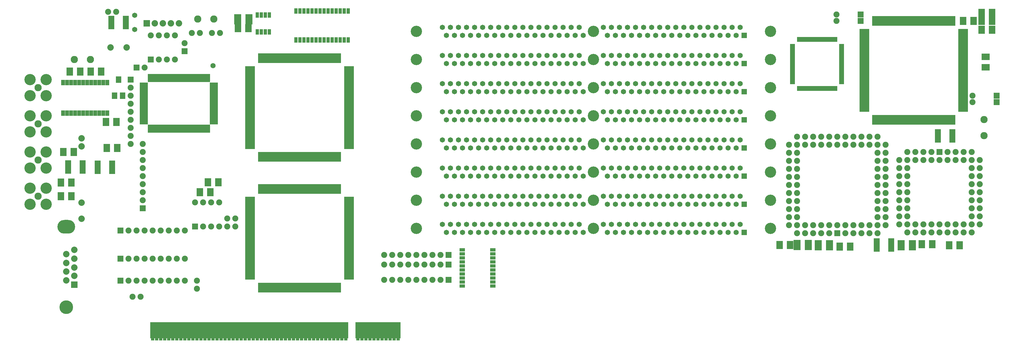
<source format=gts>
G04 (created by PCBNEW-RS274X (2012-apr-16-27)-stable) date Втр 01 Янв 2013 22:44:24*
G01*
G70*
G90*
%MOIN*%
G04 Gerber Fmt 3.4, Leading zero omitted, Abs format*
%FSLAX34Y34*%
G04 APERTURE LIST*
%ADD10C,0.006000*%
%ADD11C,0.080000*%
%ADD12R,0.070000X0.040000*%
%ADD13R,0.060000X0.030000*%
%ADD14R,0.030000X0.060000*%
%ADD15R,0.040000X0.065000*%
%ADD16R,0.075000X0.170000*%
%ADD17R,0.090000X0.130000*%
%ADD18C,0.140000*%
%ADD19R,0.065000X0.065000*%
%ADD20C,0.065000*%
%ADD21R,0.075000X0.075000*%
%ADD22C,0.075000*%
%ADD23R,0.070000X0.080000*%
%ADD24C,0.090000*%
%ADD25O,0.220000X0.170000*%
%ADD26C,0.170000*%
%ADD27R,0.080000X0.080000*%
%ADD28R,0.080000X0.100000*%
%ADD29R,0.100000X0.080000*%
%ADD30R,0.040000X0.070000*%
%ADD31R,0.050000X0.070000*%
%ADD32R,0.033000X0.100000*%
%ADD33R,0.100000X0.033000*%
%ADD34R,0.035000X0.120000*%
%ADD35R,0.120000X0.035000*%
%ADD36R,0.060000X0.200000*%
%ADD37R,0.040000X0.050000*%
G04 APERTURE END LIST*
G54D10*
G54D11*
X28650Y-38550D03*
X28650Y-39550D03*
X28650Y-46550D03*
X28650Y-48550D03*
G54D12*
X79750Y-56900D03*
X79750Y-56400D03*
X79750Y-55900D03*
X79750Y-55400D03*
X79750Y-54900D03*
X79750Y-54400D03*
X79750Y-53900D03*
X79750Y-53400D03*
X79750Y-52900D03*
X79750Y-52400D03*
X75950Y-52400D03*
X75950Y-52900D03*
X75950Y-53400D03*
X75950Y-53900D03*
X75950Y-54400D03*
X75950Y-54900D03*
X75950Y-55400D03*
X75950Y-55900D03*
X75950Y-56400D03*
X75950Y-56900D03*
G54D13*
X123100Y-26940D03*
X123100Y-31660D03*
X123100Y-31460D03*
X123100Y-31270D03*
X123100Y-31070D03*
X123100Y-30870D03*
X123100Y-30680D03*
X123100Y-30480D03*
X123100Y-30280D03*
X123100Y-30090D03*
X123100Y-29890D03*
X123100Y-29690D03*
X123100Y-29490D03*
X123100Y-29300D03*
X123100Y-29100D03*
X123100Y-28900D03*
X123100Y-28710D03*
X123100Y-28510D03*
X123100Y-28310D03*
X123100Y-28120D03*
X123100Y-27920D03*
X123100Y-27720D03*
X123100Y-27530D03*
X123100Y-27330D03*
X123100Y-27130D03*
G54D14*
X122410Y-32350D03*
X117690Y-32350D03*
X117890Y-32350D03*
X118080Y-32350D03*
X118280Y-32350D03*
X118480Y-32350D03*
X118670Y-32350D03*
X118870Y-32350D03*
X119070Y-32350D03*
X119260Y-32350D03*
X119460Y-32350D03*
X119660Y-32350D03*
X119860Y-32350D03*
X120050Y-32350D03*
X120250Y-32350D03*
X120450Y-32350D03*
X120640Y-32350D03*
X120840Y-32350D03*
X121040Y-32350D03*
X121230Y-32350D03*
X121430Y-32350D03*
X121630Y-32350D03*
X121820Y-32350D03*
X122020Y-32350D03*
X122220Y-32350D03*
X122410Y-26250D03*
X122210Y-26250D03*
X122020Y-26250D03*
X121820Y-26250D03*
X121620Y-26250D03*
X121430Y-26250D03*
X121230Y-26250D03*
X121030Y-26250D03*
X120840Y-26250D03*
X120640Y-26250D03*
X120440Y-26250D03*
X120240Y-26250D03*
X120050Y-26250D03*
X119850Y-26250D03*
X119650Y-26250D03*
X119460Y-26250D03*
X119260Y-26250D03*
X119060Y-26250D03*
X118870Y-26250D03*
X118670Y-26250D03*
X118470Y-26250D03*
X118280Y-26250D03*
X118080Y-26250D03*
X117880Y-26250D03*
X117690Y-26250D03*
G54D13*
X117000Y-26940D03*
X117000Y-27140D03*
X117000Y-27330D03*
X117000Y-27530D03*
X117000Y-27730D03*
X117000Y-27920D03*
X117000Y-28120D03*
X117000Y-28320D03*
X117000Y-28510D03*
X117000Y-28710D03*
X117000Y-28910D03*
X117000Y-29110D03*
X117000Y-29300D03*
X117000Y-29500D03*
X117000Y-29700D03*
X117000Y-29890D03*
X117000Y-30090D03*
X117000Y-30290D03*
X117000Y-30480D03*
X117000Y-30680D03*
X117000Y-30880D03*
X117000Y-31070D03*
X117000Y-31270D03*
X117000Y-31470D03*
X117000Y-31660D03*
G54D15*
X50500Y-23200D03*
X50500Y-25300D03*
X51000Y-23200D03*
X51500Y-23200D03*
X52000Y-23200D03*
X51000Y-25300D03*
X51500Y-25300D03*
X52000Y-25300D03*
G54D16*
X129250Y-51800D03*
X127450Y-51800D03*
X30650Y-42150D03*
X32450Y-42150D03*
X135050Y-38250D03*
X136850Y-38250D03*
X27000Y-42100D03*
X28800Y-42100D03*
X34150Y-24150D03*
X32350Y-24150D03*
G54D17*
X48050Y-23750D03*
X49450Y-23750D03*
X130500Y-51850D03*
X131900Y-51850D03*
X120200Y-51850D03*
X121600Y-51850D03*
X118950Y-51800D03*
X117550Y-51800D03*
G54D18*
X92250Y-46250D03*
X70250Y-46250D03*
X114250Y-46250D03*
G54D19*
X111000Y-46750D03*
G54D20*
X110500Y-45750D03*
X110000Y-46750D03*
X109500Y-45750D03*
X109000Y-46750D03*
X108500Y-45750D03*
X108000Y-46750D03*
X107500Y-45750D03*
X107000Y-46750D03*
X106500Y-45750D03*
X106000Y-46750D03*
X105500Y-45750D03*
X105000Y-46750D03*
X104500Y-45750D03*
X104000Y-46750D03*
X103500Y-45750D03*
X103000Y-46750D03*
X102500Y-45750D03*
X102000Y-46750D03*
X101500Y-45750D03*
X101000Y-46750D03*
X100500Y-45750D03*
X100000Y-46750D03*
X99500Y-45750D03*
X99000Y-46750D03*
X98500Y-45750D03*
X98000Y-46750D03*
X97500Y-45750D03*
X97000Y-46750D03*
X96500Y-45750D03*
X96000Y-46750D03*
X95500Y-45750D03*
X95000Y-46750D03*
X94500Y-45750D03*
X94000Y-46750D03*
X93500Y-45750D03*
X91000Y-46750D03*
X90500Y-45750D03*
X90000Y-46750D03*
X89500Y-45750D03*
X89000Y-46750D03*
X88500Y-45750D03*
X88000Y-46750D03*
X87500Y-45750D03*
X87000Y-46750D03*
X86500Y-45750D03*
X86000Y-46750D03*
X85500Y-45750D03*
X85000Y-46750D03*
X84500Y-45750D03*
X84000Y-46750D03*
X83500Y-45750D03*
X83000Y-46750D03*
X82500Y-45750D03*
X82000Y-46750D03*
X81500Y-45750D03*
X81000Y-46750D03*
X80500Y-45750D03*
X80000Y-46750D03*
X79500Y-45750D03*
X79000Y-46750D03*
X78500Y-45750D03*
X78000Y-46750D03*
X77500Y-45750D03*
X77000Y-46750D03*
X76500Y-45750D03*
X76000Y-46750D03*
X75500Y-45750D03*
X75000Y-46750D03*
X74500Y-45750D03*
X74000Y-46750D03*
X73500Y-45750D03*
G54D18*
X92250Y-35750D03*
X70250Y-35750D03*
X114250Y-35750D03*
G54D19*
X111000Y-36250D03*
G54D20*
X110500Y-35250D03*
X110000Y-36250D03*
X109500Y-35250D03*
X109000Y-36250D03*
X108500Y-35250D03*
X108000Y-36250D03*
X107500Y-35250D03*
X107000Y-36250D03*
X106500Y-35250D03*
X106000Y-36250D03*
X105500Y-35250D03*
X105000Y-36250D03*
X104500Y-35250D03*
X104000Y-36250D03*
X103500Y-35250D03*
X103000Y-36250D03*
X102500Y-35250D03*
X102000Y-36250D03*
X101500Y-35250D03*
X101000Y-36250D03*
X100500Y-35250D03*
X100000Y-36250D03*
X99500Y-35250D03*
X99000Y-36250D03*
X98500Y-35250D03*
X98000Y-36250D03*
X97500Y-35250D03*
X97000Y-36250D03*
X96500Y-35250D03*
X96000Y-36250D03*
X95500Y-35250D03*
X95000Y-36250D03*
X94500Y-35250D03*
X94000Y-36250D03*
X93500Y-35250D03*
X91000Y-36250D03*
X90500Y-35250D03*
X90000Y-36250D03*
X89500Y-35250D03*
X89000Y-36250D03*
X88500Y-35250D03*
X88000Y-36250D03*
X87500Y-35250D03*
X87000Y-36250D03*
X86500Y-35250D03*
X86000Y-36250D03*
X85500Y-35250D03*
X85000Y-36250D03*
X84500Y-35250D03*
X84000Y-36250D03*
X83500Y-35250D03*
X83000Y-36250D03*
X82500Y-35250D03*
X82000Y-36250D03*
X81500Y-35250D03*
X81000Y-36250D03*
X80500Y-35250D03*
X80000Y-36250D03*
X79500Y-35250D03*
X79000Y-36250D03*
X78500Y-35250D03*
X78000Y-36250D03*
X77500Y-35250D03*
X77000Y-36250D03*
X76500Y-35250D03*
X76000Y-36250D03*
X75500Y-35250D03*
X75000Y-36250D03*
X74500Y-35250D03*
X74000Y-36250D03*
X73500Y-35250D03*
G54D18*
X92250Y-42750D03*
X70250Y-42750D03*
X114250Y-42750D03*
G54D19*
X111000Y-43250D03*
G54D20*
X110500Y-42250D03*
X110000Y-43250D03*
X109500Y-42250D03*
X109000Y-43250D03*
X108500Y-42250D03*
X108000Y-43250D03*
X107500Y-42250D03*
X107000Y-43250D03*
X106500Y-42250D03*
X106000Y-43250D03*
X105500Y-42250D03*
X105000Y-43250D03*
X104500Y-42250D03*
X104000Y-43250D03*
X103500Y-42250D03*
X103000Y-43250D03*
X102500Y-42250D03*
X102000Y-43250D03*
X101500Y-42250D03*
X101000Y-43250D03*
X100500Y-42250D03*
X100000Y-43250D03*
X99500Y-42250D03*
X99000Y-43250D03*
X98500Y-42250D03*
X98000Y-43250D03*
X97500Y-42250D03*
X97000Y-43250D03*
X96500Y-42250D03*
X96000Y-43250D03*
X95500Y-42250D03*
X95000Y-43250D03*
X94500Y-42250D03*
X94000Y-43250D03*
X93500Y-42250D03*
X91000Y-43250D03*
X90500Y-42250D03*
X90000Y-43250D03*
X89500Y-42250D03*
X89000Y-43250D03*
X88500Y-42250D03*
X88000Y-43250D03*
X87500Y-42250D03*
X87000Y-43250D03*
X86500Y-42250D03*
X86000Y-43250D03*
X85500Y-42250D03*
X85000Y-43250D03*
X84500Y-42250D03*
X84000Y-43250D03*
X83500Y-42250D03*
X83000Y-43250D03*
X82500Y-42250D03*
X82000Y-43250D03*
X81500Y-42250D03*
X81000Y-43250D03*
X80500Y-42250D03*
X80000Y-43250D03*
X79500Y-42250D03*
X79000Y-43250D03*
X78500Y-42250D03*
X78000Y-43250D03*
X77500Y-42250D03*
X77000Y-43250D03*
X76500Y-42250D03*
X76000Y-43250D03*
X75500Y-42250D03*
X75000Y-43250D03*
X74500Y-42250D03*
X74000Y-43250D03*
X73500Y-42250D03*
G54D18*
X92250Y-28750D03*
X70250Y-28750D03*
X114250Y-28750D03*
G54D19*
X111000Y-29250D03*
G54D20*
X110500Y-28250D03*
X110000Y-29250D03*
X109500Y-28250D03*
X109000Y-29250D03*
X108500Y-28250D03*
X108000Y-29250D03*
X107500Y-28250D03*
X107000Y-29250D03*
X106500Y-28250D03*
X106000Y-29250D03*
X105500Y-28250D03*
X105000Y-29250D03*
X104500Y-28250D03*
X104000Y-29250D03*
X103500Y-28250D03*
X103000Y-29250D03*
X102500Y-28250D03*
X102000Y-29250D03*
X101500Y-28250D03*
X101000Y-29250D03*
X100500Y-28250D03*
X100000Y-29250D03*
X99500Y-28250D03*
X99000Y-29250D03*
X98500Y-28250D03*
X98000Y-29250D03*
X97500Y-28250D03*
X97000Y-29250D03*
X96500Y-28250D03*
X96000Y-29250D03*
X95500Y-28250D03*
X95000Y-29250D03*
X94500Y-28250D03*
X94000Y-29250D03*
X93500Y-28250D03*
X91000Y-29250D03*
X90500Y-28250D03*
X90000Y-29250D03*
X89500Y-28250D03*
X89000Y-29250D03*
X88500Y-28250D03*
X88000Y-29250D03*
X87500Y-28250D03*
X87000Y-29250D03*
X86500Y-28250D03*
X86000Y-29250D03*
X85500Y-28250D03*
X85000Y-29250D03*
X84500Y-28250D03*
X84000Y-29250D03*
X83500Y-28250D03*
X83000Y-29250D03*
X82500Y-28250D03*
X82000Y-29250D03*
X81500Y-28250D03*
X81000Y-29250D03*
X80500Y-28250D03*
X80000Y-29250D03*
X79500Y-28250D03*
X79000Y-29250D03*
X78500Y-28250D03*
X78000Y-29250D03*
X77500Y-28250D03*
X77000Y-29250D03*
X76500Y-28250D03*
X76000Y-29250D03*
X75500Y-28250D03*
X75000Y-29250D03*
X74500Y-28250D03*
X74000Y-29250D03*
X73500Y-28250D03*
G54D18*
X92250Y-25250D03*
X70250Y-25250D03*
X114250Y-25250D03*
G54D19*
X111000Y-25750D03*
G54D20*
X110500Y-24750D03*
X110000Y-25750D03*
X109500Y-24750D03*
X109000Y-25750D03*
X108500Y-24750D03*
X108000Y-25750D03*
X107500Y-24750D03*
X107000Y-25750D03*
X106500Y-24750D03*
X106000Y-25750D03*
X105500Y-24750D03*
X105000Y-25750D03*
X104500Y-24750D03*
X104000Y-25750D03*
X103500Y-24750D03*
X103000Y-25750D03*
X102500Y-24750D03*
X102000Y-25750D03*
X101500Y-24750D03*
X101000Y-25750D03*
X100500Y-24750D03*
X100000Y-25750D03*
X99500Y-24750D03*
X99000Y-25750D03*
X98500Y-24750D03*
X98000Y-25750D03*
X97500Y-24750D03*
X97000Y-25750D03*
X96500Y-24750D03*
X96000Y-25750D03*
X95500Y-24750D03*
X95000Y-25750D03*
X94500Y-24750D03*
X94000Y-25750D03*
X93500Y-24750D03*
X91000Y-25750D03*
X90500Y-24750D03*
X90000Y-25750D03*
X89500Y-24750D03*
X89000Y-25750D03*
X88500Y-24750D03*
X88000Y-25750D03*
X87500Y-24750D03*
X87000Y-25750D03*
X86500Y-24750D03*
X86000Y-25750D03*
X85500Y-24750D03*
X85000Y-25750D03*
X84500Y-24750D03*
X84000Y-25750D03*
X83500Y-24750D03*
X83000Y-25750D03*
X82500Y-24750D03*
X82000Y-25750D03*
X81500Y-24750D03*
X81000Y-25750D03*
X80500Y-24750D03*
X80000Y-25750D03*
X79500Y-24750D03*
X79000Y-25750D03*
X78500Y-24750D03*
X78000Y-25750D03*
X77500Y-24750D03*
X77000Y-25750D03*
X76500Y-24750D03*
X76000Y-25750D03*
X75500Y-24750D03*
X75000Y-25750D03*
X74500Y-24750D03*
X74000Y-25750D03*
X73500Y-24750D03*
G54D18*
X92250Y-32250D03*
X70250Y-32250D03*
X114250Y-32250D03*
G54D19*
X111000Y-32750D03*
G54D20*
X110500Y-31750D03*
X110000Y-32750D03*
X109500Y-31750D03*
X109000Y-32750D03*
X108500Y-31750D03*
X108000Y-32750D03*
X107500Y-31750D03*
X107000Y-32750D03*
X106500Y-31750D03*
X106000Y-32750D03*
X105500Y-31750D03*
X105000Y-32750D03*
X104500Y-31750D03*
X104000Y-32750D03*
X103500Y-31750D03*
X103000Y-32750D03*
X102500Y-31750D03*
X102000Y-32750D03*
X101500Y-31750D03*
X101000Y-32750D03*
X100500Y-31750D03*
X100000Y-32750D03*
X99500Y-31750D03*
X99000Y-32750D03*
X98500Y-31750D03*
X98000Y-32750D03*
X97500Y-31750D03*
X97000Y-32750D03*
X96500Y-31750D03*
X96000Y-32750D03*
X95500Y-31750D03*
X95000Y-32750D03*
X94500Y-31750D03*
X94000Y-32750D03*
X93500Y-31750D03*
X91000Y-32750D03*
X90500Y-31750D03*
X90000Y-32750D03*
X89500Y-31750D03*
X89000Y-32750D03*
X88500Y-31750D03*
X88000Y-32750D03*
X87500Y-31750D03*
X87000Y-32750D03*
X86500Y-31750D03*
X86000Y-32750D03*
X85500Y-31750D03*
X85000Y-32750D03*
X84500Y-31750D03*
X84000Y-32750D03*
X83500Y-31750D03*
X83000Y-32750D03*
X82500Y-31750D03*
X82000Y-32750D03*
X81500Y-31750D03*
X81000Y-32750D03*
X80500Y-31750D03*
X80000Y-32750D03*
X79500Y-31750D03*
X79000Y-32750D03*
X78500Y-31750D03*
X78000Y-32750D03*
X77500Y-31750D03*
X77000Y-32750D03*
X76500Y-31750D03*
X76000Y-32750D03*
X75500Y-31750D03*
X75000Y-32750D03*
X74500Y-31750D03*
X74000Y-32750D03*
X73500Y-31750D03*
G54D18*
X92250Y-39250D03*
X70250Y-39250D03*
X114250Y-39250D03*
G54D19*
X111000Y-39750D03*
G54D20*
X110500Y-38750D03*
X110000Y-39750D03*
X109500Y-38750D03*
X109000Y-39750D03*
X108500Y-38750D03*
X108000Y-39750D03*
X107500Y-38750D03*
X107000Y-39750D03*
X106500Y-38750D03*
X106000Y-39750D03*
X105500Y-38750D03*
X105000Y-39750D03*
X104500Y-38750D03*
X104000Y-39750D03*
X103500Y-38750D03*
X103000Y-39750D03*
X102500Y-38750D03*
X102000Y-39750D03*
X101500Y-38750D03*
X101000Y-39750D03*
X100500Y-38750D03*
X100000Y-39750D03*
X99500Y-38750D03*
X99000Y-39750D03*
X98500Y-38750D03*
X98000Y-39750D03*
X97500Y-38750D03*
X97000Y-39750D03*
X96500Y-38750D03*
X96000Y-39750D03*
X95500Y-38750D03*
X95000Y-39750D03*
X94500Y-38750D03*
X94000Y-39750D03*
X93500Y-38750D03*
X91000Y-39750D03*
X90500Y-38750D03*
X90000Y-39750D03*
X89500Y-38750D03*
X89000Y-39750D03*
X88500Y-38750D03*
X88000Y-39750D03*
X87500Y-38750D03*
X87000Y-39750D03*
X86500Y-38750D03*
X86000Y-39750D03*
X85500Y-38750D03*
X85000Y-39750D03*
X84500Y-38750D03*
X84000Y-39750D03*
X83500Y-38750D03*
X83000Y-39750D03*
X82500Y-38750D03*
X82000Y-39750D03*
X81500Y-38750D03*
X81000Y-39750D03*
X80500Y-38750D03*
X80000Y-39750D03*
X79500Y-38750D03*
X79000Y-39750D03*
X78500Y-38750D03*
X78000Y-39750D03*
X77500Y-38750D03*
X77000Y-39750D03*
X76500Y-38750D03*
X76000Y-39750D03*
X75500Y-38750D03*
X75000Y-39750D03*
X74500Y-38750D03*
X74000Y-39750D03*
X73500Y-38750D03*
G54D18*
X92250Y-49750D03*
X70250Y-49750D03*
X114250Y-49750D03*
G54D19*
X111000Y-50250D03*
G54D20*
X110500Y-49250D03*
X110000Y-50250D03*
X109500Y-49250D03*
X109000Y-50250D03*
X108500Y-49250D03*
X108000Y-50250D03*
X107500Y-49250D03*
X107000Y-50250D03*
X106500Y-49250D03*
X106000Y-50250D03*
X105500Y-49250D03*
X105000Y-50250D03*
X104500Y-49250D03*
X104000Y-50250D03*
X103500Y-49250D03*
X103000Y-50250D03*
X102500Y-49250D03*
X102000Y-50250D03*
X101500Y-49250D03*
X101000Y-50250D03*
X100500Y-49250D03*
X100000Y-50250D03*
X99500Y-49250D03*
X99000Y-50250D03*
X98500Y-49250D03*
X98000Y-50250D03*
X97500Y-49250D03*
X97000Y-50250D03*
X96500Y-49250D03*
X96000Y-50250D03*
X95500Y-49250D03*
X95000Y-50250D03*
X94500Y-49250D03*
X94000Y-50250D03*
X93500Y-49250D03*
X91000Y-50250D03*
X90500Y-49250D03*
X90000Y-50250D03*
X89500Y-49250D03*
X89000Y-50250D03*
X88500Y-49250D03*
X88000Y-50250D03*
X87500Y-49250D03*
X87000Y-50250D03*
X86500Y-49250D03*
X86000Y-50250D03*
X85500Y-49250D03*
X85000Y-50250D03*
X84500Y-49250D03*
X84000Y-50250D03*
X83500Y-49250D03*
X83000Y-50250D03*
X82500Y-49250D03*
X82000Y-50250D03*
X81500Y-49250D03*
X81000Y-50250D03*
X80500Y-49250D03*
X80000Y-50250D03*
X79500Y-49250D03*
X79000Y-50250D03*
X78500Y-49250D03*
X78000Y-50250D03*
X77500Y-49250D03*
X77000Y-50250D03*
X76500Y-49250D03*
X76000Y-50250D03*
X75500Y-49250D03*
X75000Y-50250D03*
X74500Y-49250D03*
X74000Y-50250D03*
X73500Y-49250D03*
G54D21*
X41450Y-27700D03*
G54D22*
X41450Y-26700D03*
G54D23*
X32750Y-33250D03*
X33250Y-31250D03*
X33750Y-33250D03*
G54D21*
X122550Y-50350D03*
G54D22*
X122550Y-49350D03*
X123550Y-50350D03*
X123550Y-49350D03*
X124550Y-50350D03*
X124550Y-49350D03*
X125550Y-50350D03*
X125550Y-49350D03*
X126550Y-50350D03*
X126550Y-49350D03*
X127550Y-50350D03*
X128550Y-49350D03*
X127550Y-49350D03*
X128550Y-48350D03*
X127550Y-48350D03*
X128550Y-47350D03*
X127550Y-47350D03*
X128550Y-46350D03*
X127550Y-46350D03*
X128550Y-45350D03*
X127550Y-45350D03*
X128550Y-44350D03*
X127550Y-44350D03*
X128550Y-43350D03*
X127550Y-43350D03*
X128550Y-42350D03*
X127550Y-42350D03*
X128550Y-41350D03*
X127550Y-41350D03*
X128550Y-40350D03*
X127550Y-40350D03*
X128550Y-39350D03*
X127550Y-38350D03*
X127550Y-39350D03*
X126550Y-38350D03*
X126550Y-39350D03*
X125550Y-38350D03*
X125550Y-39350D03*
X124550Y-38350D03*
X124550Y-39350D03*
X123550Y-38350D03*
X123550Y-39350D03*
X122550Y-38350D03*
X122550Y-39350D03*
X121550Y-38350D03*
X121550Y-39350D03*
X120550Y-38350D03*
X120550Y-39350D03*
X119550Y-38350D03*
X119550Y-39350D03*
X118550Y-38350D03*
X118550Y-39350D03*
X117550Y-38350D03*
X116550Y-39350D03*
X117550Y-39350D03*
X116550Y-40350D03*
X117550Y-40350D03*
X116550Y-41350D03*
X117550Y-41350D03*
X116550Y-42350D03*
X117550Y-42350D03*
X116550Y-43350D03*
X117550Y-43350D03*
X116550Y-44350D03*
X117550Y-44350D03*
X116550Y-45350D03*
X117550Y-45350D03*
X116550Y-46350D03*
X117550Y-46350D03*
X116550Y-47350D03*
X117550Y-47350D03*
X116550Y-48350D03*
X117550Y-48350D03*
X116550Y-49350D03*
X117550Y-50350D03*
X117550Y-49350D03*
X118550Y-50350D03*
X118550Y-49350D03*
X119550Y-50350D03*
X119550Y-49350D03*
X120550Y-50350D03*
X120550Y-49350D03*
X121550Y-50350D03*
X121550Y-49350D03*
G54D21*
X135250Y-40250D03*
G54D22*
X135250Y-41250D03*
X134250Y-40250D03*
X134250Y-41250D03*
X133250Y-40250D03*
X133250Y-41250D03*
X132250Y-40250D03*
X132250Y-41250D03*
X131250Y-40250D03*
X130250Y-41250D03*
X131250Y-41250D03*
X130250Y-42250D03*
X131250Y-42250D03*
X130250Y-43250D03*
X131250Y-43250D03*
X130250Y-44250D03*
X131250Y-44250D03*
X130250Y-45250D03*
X131250Y-45250D03*
X130250Y-46250D03*
X131250Y-46250D03*
X130250Y-47250D03*
X131250Y-47250D03*
X130250Y-48250D03*
X131250Y-48250D03*
X130250Y-49250D03*
X131250Y-50250D03*
X131250Y-49250D03*
X132250Y-50250D03*
X132250Y-49250D03*
X133250Y-50250D03*
X133250Y-49250D03*
X134250Y-50250D03*
X134250Y-49250D03*
X135250Y-50250D03*
X135250Y-49250D03*
X136250Y-50250D03*
X136250Y-49250D03*
X137250Y-50250D03*
X137250Y-49250D03*
X138250Y-50250D03*
X138250Y-49250D03*
X139250Y-50250D03*
X140250Y-49250D03*
X139250Y-49250D03*
X140250Y-48250D03*
X139250Y-48250D03*
X140250Y-47250D03*
X139250Y-47250D03*
X140250Y-46250D03*
X139250Y-46250D03*
X140250Y-45250D03*
X139250Y-45250D03*
X140250Y-44250D03*
X139250Y-44250D03*
X140250Y-43250D03*
X139250Y-43250D03*
X140250Y-42250D03*
X139250Y-42250D03*
X140250Y-41250D03*
X139250Y-40250D03*
X139250Y-41250D03*
X138250Y-40250D03*
X138250Y-41250D03*
X137250Y-40250D03*
X137250Y-41250D03*
X136250Y-40250D03*
X136250Y-41250D03*
G54D24*
X140800Y-36200D03*
X140800Y-38200D03*
X29750Y-28750D03*
X27750Y-28750D03*
G54D25*
X26750Y-49550D03*
G54D26*
X26750Y-59550D03*
G54D27*
X27750Y-56750D03*
G54D11*
X27750Y-55650D03*
X27750Y-54600D03*
X27750Y-53500D03*
X27750Y-52400D03*
X26750Y-56200D03*
X26750Y-55100D03*
X26750Y-54050D03*
X26750Y-52950D03*
G54D21*
X142350Y-33250D03*
G54D22*
X139350Y-33250D03*
G54D21*
X125450Y-23150D03*
G54D22*
X122450Y-23150D03*
G54D21*
X125450Y-23950D03*
G54D22*
X122450Y-23950D03*
G54D21*
X142350Y-34050D03*
G54D22*
X139350Y-34050D03*
G54D11*
X32250Y-27250D03*
X34250Y-27250D03*
G54D21*
X37250Y-28750D03*
G54D22*
X38250Y-28750D03*
X39250Y-28750D03*
X40250Y-28750D03*
X40250Y-25750D03*
X39250Y-25750D03*
X38250Y-25750D03*
X37250Y-25750D03*
G54D21*
X34750Y-31250D03*
G54D22*
X34750Y-32250D03*
X34750Y-33250D03*
X34750Y-34250D03*
X34750Y-35250D03*
X34750Y-36250D03*
X34750Y-37250D03*
X34750Y-38250D03*
X34750Y-39250D03*
G54D21*
X33500Y-50000D03*
G54D22*
X34500Y-50000D03*
X35500Y-50000D03*
X36500Y-50000D03*
X37500Y-50000D03*
X38500Y-50000D03*
X39500Y-50000D03*
X40500Y-50000D03*
X41500Y-50000D03*
G54D21*
X74250Y-53050D03*
G54D22*
X73250Y-53050D03*
X72250Y-53050D03*
X71250Y-53050D03*
X70250Y-53050D03*
X69250Y-53050D03*
X68250Y-53050D03*
X67250Y-53050D03*
X66250Y-53050D03*
G54D21*
X74250Y-54250D03*
G54D22*
X73250Y-54250D03*
X72250Y-54250D03*
X71250Y-54250D03*
X70250Y-54250D03*
X69250Y-54250D03*
X68250Y-54250D03*
X67250Y-54250D03*
X66250Y-54250D03*
G54D21*
X74250Y-56150D03*
G54D22*
X73250Y-56150D03*
X72250Y-56150D03*
X71250Y-56150D03*
X70250Y-56150D03*
X69250Y-56150D03*
X68250Y-56150D03*
X67250Y-56150D03*
X66250Y-56150D03*
G54D21*
X35500Y-29750D03*
G54D22*
X36500Y-29750D03*
X42350Y-25450D03*
X43350Y-25450D03*
X43000Y-56250D03*
X43000Y-57250D03*
X45850Y-25450D03*
X44850Y-25450D03*
X35000Y-58250D03*
X36000Y-58250D03*
X47750Y-48500D03*
X47750Y-49500D03*
X46750Y-48500D03*
X46750Y-49500D03*
G54D21*
X42750Y-49500D03*
G54D22*
X43750Y-49500D03*
X44750Y-49500D03*
X45750Y-49500D03*
X45750Y-46500D03*
X44750Y-46500D03*
X43750Y-46500D03*
X42750Y-46500D03*
G54D28*
X31700Y-36500D03*
X33000Y-36500D03*
X31800Y-39750D03*
X33100Y-39750D03*
X27700Y-40250D03*
X26400Y-40250D03*
X124150Y-52000D03*
X122850Y-52000D03*
X140500Y-22950D03*
X141800Y-22950D03*
G54D29*
X141000Y-28400D03*
X141000Y-29700D03*
G54D28*
X134350Y-51700D03*
X133050Y-51700D03*
X48100Y-24850D03*
X49400Y-24850D03*
X26100Y-44050D03*
X27400Y-44050D03*
X137750Y-51850D03*
X136450Y-51850D03*
X28500Y-30250D03*
X27200Y-30250D03*
X29800Y-30250D03*
X31100Y-30250D03*
X141800Y-25050D03*
X140500Y-25050D03*
X115400Y-51800D03*
X116700Y-51800D03*
X139500Y-23950D03*
X138200Y-23950D03*
X26100Y-45750D03*
X27400Y-45750D03*
G54D24*
X45100Y-23700D03*
X43100Y-23700D03*
G54D20*
X35250Y-25000D03*
X35250Y-23250D03*
X45000Y-29500D03*
G54D30*
X55300Y-26300D03*
X55800Y-26300D03*
X56300Y-26300D03*
X56800Y-26300D03*
X57300Y-26300D03*
X57800Y-26300D03*
X58300Y-26300D03*
X58800Y-26300D03*
X59300Y-26300D03*
X59800Y-26300D03*
X60300Y-26300D03*
X60800Y-26300D03*
X61300Y-26300D03*
X61800Y-26300D03*
X61800Y-22700D03*
X61300Y-22700D03*
X60800Y-22700D03*
X60300Y-22700D03*
X59800Y-22700D03*
X59300Y-22700D03*
X58800Y-22700D03*
X58300Y-22700D03*
X57800Y-22700D03*
X57300Y-22700D03*
X56800Y-22700D03*
X56300Y-22700D03*
X55800Y-22700D03*
X55300Y-22700D03*
G54D31*
X26350Y-35400D03*
X26850Y-35400D03*
X27350Y-35400D03*
X27850Y-35400D03*
X28350Y-35400D03*
X28850Y-35400D03*
X29350Y-35400D03*
X29850Y-35400D03*
X30350Y-35400D03*
X30850Y-35400D03*
X31350Y-35400D03*
X31850Y-35400D03*
X26350Y-31600D03*
X26850Y-31600D03*
X27350Y-31600D03*
X27850Y-31600D03*
X28350Y-31600D03*
X28850Y-31600D03*
X29350Y-31600D03*
X29850Y-31600D03*
X30350Y-31600D03*
X30850Y-31600D03*
X31350Y-31600D03*
X31850Y-31600D03*
G54D32*
X40880Y-31050D03*
X41140Y-31050D03*
X41390Y-31050D03*
X41650Y-31050D03*
X41900Y-31050D03*
X42160Y-31050D03*
X42420Y-31050D03*
X42670Y-31050D03*
X42930Y-31050D03*
X43180Y-31050D03*
X43440Y-31050D03*
X43690Y-31050D03*
X43950Y-31050D03*
X44210Y-31050D03*
X44460Y-31050D03*
X40880Y-37350D03*
X41140Y-37350D03*
X41390Y-37350D03*
X41650Y-37350D03*
X41900Y-37350D03*
X42160Y-37350D03*
X42420Y-37350D03*
X42670Y-37350D03*
X42930Y-37350D03*
X43180Y-37350D03*
X43440Y-37350D03*
X43690Y-37350D03*
X43950Y-37350D03*
X44210Y-37350D03*
X44460Y-37350D03*
X40620Y-31050D03*
X40370Y-31050D03*
X40110Y-31050D03*
X39860Y-31050D03*
X39600Y-31050D03*
X39340Y-31050D03*
X39090Y-31050D03*
X38830Y-31050D03*
X38580Y-31050D03*
X38320Y-31050D03*
X38060Y-31050D03*
X37810Y-31050D03*
X37550Y-31050D03*
X37300Y-31050D03*
X37040Y-31050D03*
X40620Y-37350D03*
X40370Y-37350D03*
X40110Y-37350D03*
X39860Y-37350D03*
X39600Y-37350D03*
X39340Y-37350D03*
X39090Y-37350D03*
X38830Y-37350D03*
X38580Y-37350D03*
X38320Y-37350D03*
X38060Y-37350D03*
X37810Y-37350D03*
X37550Y-37350D03*
X37300Y-37350D03*
X37040Y-37350D03*
G54D33*
X36400Y-36630D03*
X36400Y-36380D03*
X36400Y-36120D03*
X36400Y-35860D03*
X36400Y-35610D03*
X36400Y-35350D03*
X36400Y-35100D03*
X36400Y-34840D03*
X36400Y-34580D03*
X36400Y-34330D03*
X45100Y-36630D03*
X45100Y-36380D03*
X45100Y-36120D03*
X45100Y-35860D03*
X45100Y-35610D03*
X45100Y-35350D03*
X45100Y-35100D03*
X45100Y-34840D03*
X45100Y-34580D03*
X45100Y-34330D03*
X36400Y-34070D03*
X36400Y-33820D03*
X36400Y-33560D03*
X36400Y-33300D03*
X36400Y-33050D03*
X36400Y-32790D03*
X36400Y-32540D03*
X36400Y-32280D03*
X36400Y-32020D03*
X36400Y-31770D03*
X45100Y-31770D03*
X45100Y-32020D03*
X45100Y-32280D03*
X45100Y-32540D03*
X45100Y-32790D03*
X45100Y-33050D03*
X45100Y-33300D03*
X45100Y-33560D03*
X45100Y-33820D03*
X45100Y-34070D03*
G54D34*
X50750Y-40850D03*
X51000Y-40850D03*
X51260Y-40850D03*
X51510Y-40850D03*
X51770Y-40850D03*
X52030Y-40850D03*
X52280Y-40850D03*
X52540Y-40850D03*
X52790Y-40850D03*
X53050Y-40850D03*
X53310Y-40850D03*
X53560Y-40850D03*
X53820Y-40850D03*
X54070Y-40850D03*
X54330Y-40850D03*
X54590Y-40850D03*
X54840Y-40850D03*
X55100Y-40850D03*
X55350Y-40850D03*
X55610Y-40850D03*
X55870Y-40850D03*
X56120Y-40850D03*
X56380Y-40850D03*
X56630Y-40850D03*
X56890Y-40850D03*
X57150Y-40850D03*
X57400Y-40850D03*
X57660Y-40850D03*
X57910Y-40850D03*
X58170Y-40850D03*
X58430Y-40850D03*
X58680Y-40850D03*
X58940Y-40850D03*
X59190Y-40850D03*
X59450Y-40850D03*
X59710Y-40850D03*
X59960Y-40850D03*
X60220Y-40850D03*
X60470Y-40850D03*
X60730Y-40850D03*
G54D35*
X61880Y-39700D03*
X61880Y-39450D03*
X61880Y-39190D03*
X61880Y-38940D03*
X61880Y-38680D03*
X61880Y-38420D03*
X61880Y-38170D03*
X61880Y-37910D03*
X61880Y-37660D03*
X61880Y-37400D03*
X61880Y-37140D03*
X61880Y-36890D03*
X61880Y-36630D03*
X61880Y-36380D03*
X61880Y-36120D03*
X61880Y-35860D03*
X61880Y-35610D03*
X61880Y-35350D03*
X61880Y-35100D03*
X61880Y-34840D03*
X61880Y-34580D03*
X61880Y-34330D03*
X61880Y-34070D03*
X61880Y-33820D03*
X61880Y-33560D03*
X61880Y-33300D03*
X61880Y-33050D03*
X61880Y-32790D03*
X61880Y-32540D03*
X61880Y-32280D03*
X61880Y-32020D03*
X61880Y-31770D03*
X61880Y-31510D03*
X61880Y-31260D03*
X61880Y-31000D03*
X61880Y-30740D03*
X61880Y-30490D03*
X61880Y-30230D03*
X61880Y-29980D03*
X61880Y-29720D03*
X49600Y-29720D03*
X49600Y-29980D03*
X49600Y-30230D03*
X49600Y-30490D03*
X49600Y-30740D03*
X49600Y-31000D03*
X49600Y-31260D03*
X49600Y-31510D03*
X49600Y-31770D03*
X49600Y-32020D03*
X49600Y-32280D03*
X49600Y-32540D03*
X49600Y-32790D03*
X49600Y-33050D03*
X49600Y-33300D03*
X49600Y-33560D03*
X49600Y-33820D03*
X49600Y-34070D03*
X49600Y-34330D03*
X49600Y-34580D03*
X49600Y-34840D03*
X49600Y-35100D03*
X49600Y-35350D03*
X49600Y-35610D03*
X49600Y-35860D03*
X49600Y-36120D03*
X49600Y-36380D03*
X49600Y-36630D03*
X49600Y-36890D03*
X49600Y-37140D03*
X49600Y-37400D03*
X49600Y-37660D03*
X49600Y-37910D03*
X49600Y-38170D03*
X49600Y-38420D03*
X49600Y-38680D03*
X49600Y-38940D03*
X49600Y-39190D03*
X49600Y-39450D03*
X49600Y-39700D03*
G54D34*
X60730Y-28570D03*
X60470Y-28570D03*
X60220Y-28570D03*
X59960Y-28570D03*
X59710Y-28570D03*
X59450Y-28570D03*
X59190Y-28570D03*
X58940Y-28570D03*
X58680Y-28570D03*
X58430Y-28570D03*
X58170Y-28570D03*
X57910Y-28570D03*
X57660Y-28570D03*
X57400Y-28570D03*
X57150Y-28570D03*
X56890Y-28570D03*
X56630Y-28570D03*
X56380Y-28570D03*
X56120Y-28570D03*
X55870Y-28570D03*
X55610Y-28570D03*
X55350Y-28570D03*
X55100Y-28570D03*
X54840Y-28570D03*
X54590Y-28570D03*
X54330Y-28570D03*
X54070Y-28570D03*
X53820Y-28570D03*
X53560Y-28570D03*
X53310Y-28570D03*
X53050Y-28570D03*
X52790Y-28570D03*
X52540Y-28570D03*
X52280Y-28570D03*
X52030Y-28570D03*
X51770Y-28570D03*
X51510Y-28570D03*
X51260Y-28570D03*
X51000Y-28570D03*
X50750Y-28570D03*
X50750Y-57100D03*
X51000Y-57100D03*
X51260Y-57100D03*
X51510Y-57100D03*
X51770Y-57100D03*
X52030Y-57100D03*
X52280Y-57100D03*
X52540Y-57100D03*
X52790Y-57100D03*
X53050Y-57100D03*
X53310Y-57100D03*
X53560Y-57100D03*
X53820Y-57100D03*
X54070Y-57100D03*
X54330Y-57100D03*
X54590Y-57100D03*
X54840Y-57100D03*
X55100Y-57100D03*
X55350Y-57100D03*
X55610Y-57100D03*
X55870Y-57100D03*
X56120Y-57100D03*
X56380Y-57100D03*
X56630Y-57100D03*
X56890Y-57100D03*
X57150Y-57100D03*
X57400Y-57100D03*
X57660Y-57100D03*
X57910Y-57100D03*
X58170Y-57100D03*
X58430Y-57100D03*
X58680Y-57100D03*
X58940Y-57100D03*
X59190Y-57100D03*
X59450Y-57100D03*
X59710Y-57100D03*
X59960Y-57100D03*
X60220Y-57100D03*
X60470Y-57100D03*
X60730Y-57100D03*
G54D35*
X61880Y-55950D03*
X61880Y-55700D03*
X61880Y-55440D03*
X61880Y-55190D03*
X61880Y-54930D03*
X61880Y-54670D03*
X61880Y-54420D03*
X61880Y-54160D03*
X61880Y-53910D03*
X61880Y-53650D03*
X61880Y-53390D03*
X61880Y-53140D03*
X61880Y-52880D03*
X61880Y-52630D03*
X61880Y-52370D03*
X61880Y-52110D03*
X61880Y-51860D03*
X61880Y-51600D03*
X61880Y-51350D03*
X61880Y-51090D03*
X61880Y-50830D03*
X61880Y-50580D03*
X61880Y-50320D03*
X61880Y-50070D03*
X61880Y-49810D03*
X61880Y-49550D03*
X61880Y-49300D03*
X61880Y-49040D03*
X61880Y-48790D03*
X61880Y-48530D03*
X61880Y-48270D03*
X61880Y-48020D03*
X61880Y-47760D03*
X61880Y-47510D03*
X61880Y-47250D03*
X61880Y-46990D03*
X61880Y-46740D03*
X61880Y-46480D03*
X61880Y-46230D03*
X61880Y-45970D03*
X49600Y-45970D03*
X49600Y-46230D03*
X49600Y-46480D03*
X49600Y-46740D03*
X49600Y-46990D03*
X49600Y-47250D03*
X49600Y-47510D03*
X49600Y-47760D03*
X49600Y-48020D03*
X49600Y-48270D03*
X49600Y-48530D03*
X49600Y-48790D03*
X49600Y-49040D03*
X49600Y-49300D03*
X49600Y-49550D03*
X49600Y-49810D03*
X49600Y-50070D03*
X49600Y-50320D03*
X49600Y-50580D03*
X49600Y-50830D03*
X49600Y-51090D03*
X49600Y-51350D03*
X49600Y-51600D03*
X49600Y-51860D03*
X49600Y-52110D03*
X49600Y-52370D03*
X49600Y-52630D03*
X49600Y-52880D03*
X49600Y-53140D03*
X49600Y-53390D03*
X49600Y-53650D03*
X49600Y-53910D03*
X49600Y-54160D03*
X49600Y-54420D03*
X49600Y-54670D03*
X49600Y-54930D03*
X49600Y-55190D03*
X49600Y-55440D03*
X49600Y-55700D03*
X49600Y-55950D03*
G54D34*
X60730Y-44820D03*
X60470Y-44820D03*
X60220Y-44820D03*
X59960Y-44820D03*
X59710Y-44820D03*
X59450Y-44820D03*
X59190Y-44820D03*
X58940Y-44820D03*
X58680Y-44820D03*
X58430Y-44820D03*
X58170Y-44820D03*
X57910Y-44820D03*
X57660Y-44820D03*
X57400Y-44820D03*
X57150Y-44820D03*
X56890Y-44820D03*
X56630Y-44820D03*
X56380Y-44820D03*
X56120Y-44820D03*
X55870Y-44820D03*
X55610Y-44820D03*
X55350Y-44820D03*
X55100Y-44820D03*
X54840Y-44820D03*
X54590Y-44820D03*
X54330Y-44820D03*
X54070Y-44820D03*
X53820Y-44820D03*
X53560Y-44820D03*
X53310Y-44820D03*
X53050Y-44820D03*
X52790Y-44820D03*
X52540Y-44820D03*
X52280Y-44820D03*
X52030Y-44820D03*
X51770Y-44820D03*
X51510Y-44820D03*
X51260Y-44820D03*
X51000Y-44820D03*
X50750Y-44820D03*
X137050Y-23950D03*
X136800Y-23950D03*
X136540Y-23950D03*
X136290Y-23950D03*
X136030Y-23950D03*
X135770Y-23950D03*
X135520Y-23950D03*
X135260Y-23950D03*
X135010Y-23950D03*
X134750Y-23950D03*
X134490Y-23950D03*
X134240Y-23950D03*
X133980Y-23950D03*
X133730Y-23950D03*
X133470Y-23950D03*
X133210Y-23950D03*
X132960Y-23950D03*
X132700Y-23950D03*
X132450Y-23950D03*
X132190Y-23950D03*
X131930Y-23950D03*
X131680Y-23950D03*
X131420Y-23950D03*
X131170Y-23950D03*
X130910Y-23950D03*
X130650Y-23950D03*
X130400Y-23950D03*
X130140Y-23950D03*
X129890Y-23950D03*
X129630Y-23950D03*
X129370Y-23950D03*
X129120Y-23950D03*
X128860Y-23950D03*
X128610Y-23950D03*
X128350Y-23950D03*
X128090Y-23950D03*
X127840Y-23950D03*
X127580Y-23950D03*
X127330Y-23950D03*
X127070Y-23950D03*
G54D35*
X125920Y-25100D03*
X125920Y-25350D03*
X125920Y-25610D03*
X125920Y-25860D03*
X125920Y-26120D03*
X125920Y-26380D03*
X125920Y-26630D03*
X125920Y-26890D03*
X125920Y-27140D03*
X125920Y-27400D03*
X125920Y-27660D03*
X125920Y-27910D03*
X125920Y-28170D03*
X125920Y-28420D03*
X125920Y-28680D03*
X125920Y-28940D03*
X125920Y-29190D03*
X125920Y-29450D03*
X125920Y-29700D03*
X125920Y-29960D03*
X125920Y-30220D03*
X125920Y-30470D03*
X125920Y-30730D03*
X125920Y-30980D03*
X125920Y-31240D03*
X125920Y-31500D03*
X125920Y-31750D03*
X125920Y-32010D03*
X125920Y-32260D03*
X125920Y-32520D03*
X125920Y-32780D03*
X125920Y-33030D03*
X125920Y-33290D03*
X125920Y-33540D03*
X125920Y-33800D03*
X125920Y-34060D03*
X125920Y-34310D03*
X125920Y-34570D03*
X125920Y-34820D03*
X125920Y-35080D03*
X138200Y-35080D03*
X138200Y-34820D03*
X138200Y-34570D03*
X138200Y-34310D03*
X138200Y-34060D03*
X138200Y-33800D03*
X138200Y-33540D03*
X138200Y-33290D03*
X138200Y-33030D03*
X138200Y-32780D03*
X138200Y-32520D03*
X138200Y-32260D03*
X138200Y-32010D03*
X138200Y-31750D03*
X138200Y-31500D03*
X138200Y-31240D03*
X138200Y-30980D03*
X138200Y-30730D03*
X138200Y-30470D03*
X138200Y-30220D03*
X138200Y-29960D03*
X138200Y-29700D03*
X138200Y-29450D03*
X138200Y-29190D03*
X138200Y-28940D03*
X138200Y-28680D03*
X138200Y-28420D03*
X138200Y-28170D03*
X138200Y-27910D03*
X138200Y-27660D03*
X138200Y-27400D03*
X138200Y-27140D03*
X138200Y-26890D03*
X138200Y-26630D03*
X138200Y-26380D03*
X138200Y-26120D03*
X138200Y-25860D03*
X138200Y-25610D03*
X138200Y-25350D03*
X138200Y-25100D03*
G54D34*
X127070Y-36230D03*
X127330Y-36230D03*
X127580Y-36230D03*
X127840Y-36230D03*
X128090Y-36230D03*
X128350Y-36230D03*
X128610Y-36230D03*
X128860Y-36230D03*
X129120Y-36230D03*
X129370Y-36230D03*
X129630Y-36230D03*
X129890Y-36230D03*
X130140Y-36230D03*
X130400Y-36230D03*
X130650Y-36230D03*
X130910Y-36230D03*
X131170Y-36230D03*
X131420Y-36230D03*
X131680Y-36230D03*
X131930Y-36230D03*
X132190Y-36230D03*
X132450Y-36230D03*
X132700Y-36230D03*
X132960Y-36230D03*
X133210Y-36230D03*
X133470Y-36230D03*
X133730Y-36230D03*
X133980Y-36230D03*
X134240Y-36230D03*
X134490Y-36230D03*
X134750Y-36230D03*
X135010Y-36230D03*
X135260Y-36230D03*
X135520Y-36230D03*
X135770Y-36230D03*
X136030Y-36230D03*
X136290Y-36230D03*
X136540Y-36230D03*
X136800Y-36230D03*
X137050Y-36230D03*
G54D21*
X36250Y-47250D03*
G54D22*
X36250Y-46250D03*
X36250Y-45250D03*
X36250Y-44250D03*
X36250Y-43250D03*
X36250Y-42250D03*
X36250Y-41250D03*
X36250Y-40250D03*
X36250Y-39250D03*
G54D21*
X33500Y-53500D03*
G54D22*
X34500Y-53500D03*
X35500Y-53500D03*
X36500Y-53500D03*
X37500Y-53500D03*
X38500Y-53500D03*
X39500Y-53500D03*
X40500Y-53500D03*
X41500Y-53500D03*
G54D21*
X33500Y-56250D03*
G54D22*
X34500Y-56250D03*
X35500Y-56250D03*
X36500Y-56250D03*
X37500Y-56250D03*
X38500Y-56250D03*
X39500Y-56250D03*
X40500Y-56250D03*
X41500Y-56250D03*
G54D24*
X23250Y-32250D03*
G54D18*
X24250Y-33250D03*
X22250Y-33250D03*
X22250Y-31250D03*
X24250Y-31250D03*
G54D24*
X23250Y-36750D03*
G54D18*
X24250Y-37750D03*
X22250Y-37750D03*
X22250Y-35750D03*
X24250Y-35750D03*
G54D24*
X23250Y-45750D03*
G54D18*
X24250Y-46750D03*
X22250Y-46750D03*
X22250Y-44750D03*
X24250Y-44750D03*
G54D24*
X23250Y-41250D03*
G54D18*
X24250Y-42250D03*
X22250Y-42250D03*
X22250Y-40250D03*
X24250Y-40250D03*
G54D28*
X140500Y-23950D03*
X141800Y-23950D03*
X43350Y-45250D03*
X44650Y-45250D03*
X44350Y-44000D03*
X45650Y-44000D03*
G54D27*
X36750Y-24250D03*
G54D11*
X37750Y-24250D03*
X38750Y-24250D03*
X39750Y-24250D03*
X40750Y-24250D03*
G54D22*
X31950Y-22800D03*
X32950Y-22800D03*
G54D36*
X37500Y-62400D03*
X38000Y-62400D03*
X38500Y-62400D03*
X39000Y-62400D03*
X39500Y-62400D03*
X40000Y-62400D03*
X40500Y-62400D03*
X41000Y-62400D03*
X41500Y-62400D03*
X42000Y-62400D03*
X42500Y-62400D03*
X43000Y-62400D03*
X43500Y-62400D03*
X44000Y-62400D03*
X44500Y-62400D03*
X45000Y-62400D03*
X45500Y-62400D03*
X46000Y-62400D03*
X46500Y-62400D03*
X47000Y-62400D03*
X47500Y-62400D03*
X48000Y-62400D03*
X48500Y-62400D03*
X49000Y-62400D03*
X49500Y-62400D03*
X50000Y-62400D03*
X50500Y-62400D03*
X51000Y-62400D03*
X51500Y-62400D03*
X52000Y-62400D03*
X52500Y-62400D03*
X53000Y-62400D03*
X53500Y-62400D03*
X54000Y-62400D03*
X54500Y-62400D03*
X55000Y-62400D03*
X55500Y-62400D03*
X56000Y-62400D03*
X56500Y-62400D03*
X57000Y-62400D03*
X57500Y-62400D03*
X58000Y-62400D03*
X58500Y-62400D03*
X59000Y-62400D03*
X59500Y-62400D03*
X60000Y-62400D03*
X60500Y-62400D03*
X61000Y-62400D03*
X61500Y-62400D03*
X63000Y-62400D03*
X63500Y-62400D03*
X64000Y-62400D03*
X64500Y-62400D03*
X65000Y-62400D03*
X65500Y-62400D03*
X66000Y-62400D03*
X66500Y-62400D03*
X67000Y-62400D03*
X67500Y-62400D03*
X68000Y-62400D03*
G54D37*
X38000Y-63450D03*
X38500Y-63450D03*
X39000Y-63450D03*
X39500Y-63450D03*
X40000Y-63450D03*
X40500Y-63450D03*
X41000Y-63450D03*
X41500Y-63450D03*
X42000Y-63450D03*
X42500Y-63450D03*
X43000Y-63450D03*
X43500Y-63450D03*
X44000Y-63450D03*
X44500Y-63450D03*
X45000Y-63450D03*
X45500Y-63450D03*
X46000Y-63450D03*
X46500Y-63450D03*
X47000Y-63450D03*
X47500Y-63450D03*
X48000Y-63450D03*
X48500Y-63450D03*
X49000Y-63450D03*
X49500Y-63450D03*
X50000Y-63450D03*
X50500Y-63450D03*
X51000Y-63450D03*
X51500Y-63450D03*
X52000Y-63450D03*
X52500Y-63450D03*
X53000Y-63450D03*
X53500Y-63450D03*
X54000Y-63450D03*
X54500Y-63450D03*
X55000Y-63450D03*
X55500Y-63450D03*
X56000Y-63450D03*
X56500Y-63450D03*
X57000Y-63450D03*
X57500Y-63450D03*
X58000Y-63450D03*
X58500Y-63450D03*
X59000Y-63450D03*
X59500Y-63450D03*
X60000Y-63450D03*
X60500Y-63450D03*
X61000Y-63450D03*
X61500Y-63450D03*
X63000Y-63450D03*
X63500Y-63450D03*
X64000Y-63450D03*
X64500Y-63450D03*
X65000Y-63450D03*
X65500Y-63450D03*
X66000Y-63450D03*
X66500Y-63450D03*
X67000Y-63450D03*
X67500Y-63450D03*
X68000Y-63450D03*
X37500Y-63450D03*
M02*

</source>
